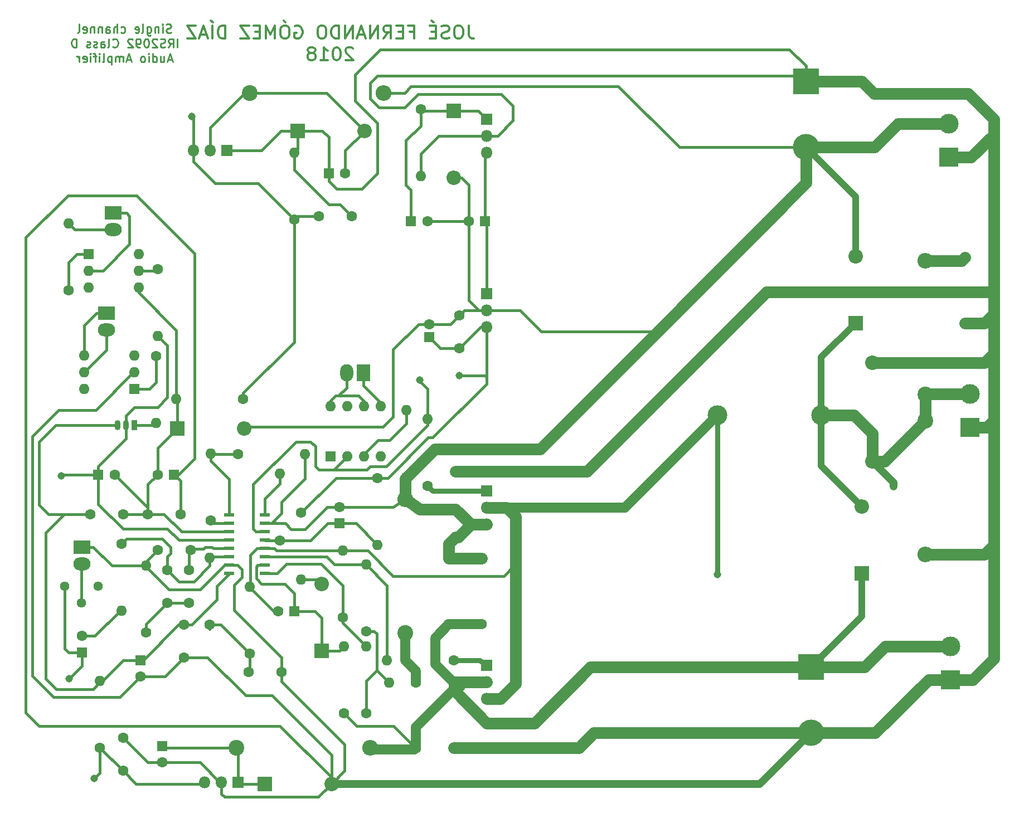
<source format=gbl>
%TF.GenerationSoftware,KiCad,Pcbnew,4.0.7*%
%TF.CreationDate,2018-02-19T16:18:31+01:00*%
%TF.ProjectId,IRS2092_board_H61M,495253323039325F626F6172645F4836,beta_v1*%
%TF.FileFunction,Copper,L2,Bot,Signal*%
%FSLAX46Y46*%
G04 Gerber Fmt 4.6, Leading zero omitted, Abs format (unit mm)*
G04 Created by KiCad (PCBNEW 4.0.7) date 02/19/18 16:18:31*
%MOMM*%
%LPD*%
G01*
G04 APERTURE LIST*
%ADD10C,0.100000*%
%ADD11C,0.300000*%
%ADD12C,0.280000*%
%ADD13R,1.500000X0.600000*%
%ADD14R,4.000000X4.000000*%
%ADD15C,4.000000*%
%ADD16R,1.600000X1.600000*%
%ADD17C,1.600000*%
%ADD18C,2.200000*%
%ADD19R,2.200000X2.200000*%
%ADD20O,2.200000X2.200000*%
%ADD21O,1.600000X1.600000*%
%ADD22R,2.600000X2.000000*%
%ADD23O,2.600000X2.000000*%
%ADD24R,2.000000X2.600000*%
%ADD25O,2.000000X2.600000*%
%ADD26C,3.000000*%
%ADD27O,0.900000X1.500000*%
%ADD28R,0.900000X1.500000*%
%ADD29R,1.800000X1.800000*%
%ADD30O,1.800000X1.800000*%
%ADD31C,2.400000*%
%ADD32O,2.400000X2.400000*%
%ADD33C,1.440000*%
%ADD34C,1.143000*%
%ADD35R,3.000000X3.000000*%
%ADD36C,1.000000*%
%ADD37C,0.500000*%
%ADD38C,0.450000*%
%ADD39C,1.200000*%
%ADD40C,1.800000*%
%ADD41C,0.750000*%
%ADD42C,1.500000*%
%ADD43C,1.000000*%
G04 APERTURE END LIST*
D10*
D11*
X148250001Y-31754762D02*
X148250001Y-33183333D01*
X148345239Y-33469048D01*
X148535715Y-33659524D01*
X148821430Y-33754762D01*
X149011906Y-33754762D01*
X146916667Y-31754762D02*
X146535715Y-31754762D01*
X146345239Y-31850000D01*
X146154762Y-32040476D01*
X146059524Y-32421429D01*
X146059524Y-33088095D01*
X146154762Y-33469048D01*
X146345239Y-33659524D01*
X146535715Y-33754762D01*
X146916667Y-33754762D01*
X147107143Y-33659524D01*
X147297620Y-33469048D01*
X147392858Y-33088095D01*
X147392858Y-32421429D01*
X147297620Y-32040476D01*
X147107143Y-31850000D01*
X146916667Y-31754762D01*
X145297620Y-33659524D02*
X145011905Y-33754762D01*
X144535715Y-33754762D01*
X144345239Y-33659524D01*
X144250001Y-33564286D01*
X144154762Y-33373810D01*
X144154762Y-33183333D01*
X144250001Y-32992857D01*
X144345239Y-32897619D01*
X144535715Y-32802381D01*
X144916667Y-32707143D01*
X145107143Y-32611905D01*
X145202382Y-32516667D01*
X145297620Y-32326190D01*
X145297620Y-32135714D01*
X145202382Y-31945238D01*
X145107143Y-31850000D01*
X144916667Y-31754762D01*
X144440477Y-31754762D01*
X144154762Y-31850000D01*
X143297620Y-32707143D02*
X142630953Y-32707143D01*
X142345239Y-33754762D02*
X143297620Y-33754762D01*
X143297620Y-31754762D01*
X142345239Y-31754762D01*
X142630953Y-30992857D02*
X142916667Y-31278571D01*
X139297619Y-32707143D02*
X139964286Y-32707143D01*
X139964286Y-33754762D02*
X139964286Y-31754762D01*
X139011905Y-31754762D01*
X138250000Y-32707143D02*
X137583333Y-32707143D01*
X137297619Y-33754762D02*
X138250000Y-33754762D01*
X138250000Y-31754762D01*
X137297619Y-31754762D01*
X135297618Y-33754762D02*
X135964285Y-32802381D01*
X136440476Y-33754762D02*
X136440476Y-31754762D01*
X135678571Y-31754762D01*
X135488095Y-31850000D01*
X135392856Y-31945238D01*
X135297618Y-32135714D01*
X135297618Y-32421429D01*
X135392856Y-32611905D01*
X135488095Y-32707143D01*
X135678571Y-32802381D01*
X136440476Y-32802381D01*
X134440476Y-33754762D02*
X134440476Y-31754762D01*
X133297618Y-33754762D01*
X133297618Y-31754762D01*
X132440476Y-33183333D02*
X131488095Y-33183333D01*
X132630952Y-33754762D02*
X131964285Y-31754762D01*
X131297618Y-33754762D01*
X130630952Y-33754762D02*
X130630952Y-31754762D01*
X129488094Y-33754762D01*
X129488094Y-31754762D01*
X128535714Y-33754762D02*
X128535714Y-31754762D01*
X128059523Y-31754762D01*
X127773809Y-31850000D01*
X127583333Y-32040476D01*
X127488094Y-32230952D01*
X127392856Y-32611905D01*
X127392856Y-32897619D01*
X127488094Y-33278571D01*
X127583333Y-33469048D01*
X127773809Y-33659524D01*
X128059523Y-33754762D01*
X128535714Y-33754762D01*
X126154761Y-31754762D02*
X125773809Y-31754762D01*
X125583333Y-31850000D01*
X125392856Y-32040476D01*
X125297618Y-32421429D01*
X125297618Y-33088095D01*
X125392856Y-33469048D01*
X125583333Y-33659524D01*
X125773809Y-33754762D01*
X126154761Y-33754762D01*
X126345237Y-33659524D01*
X126535714Y-33469048D01*
X126630952Y-33088095D01*
X126630952Y-32421429D01*
X126535714Y-32040476D01*
X126345237Y-31850000D01*
X126154761Y-31754762D01*
X121869046Y-31850000D02*
X122059523Y-31754762D01*
X122345237Y-31754762D01*
X122630951Y-31850000D01*
X122821427Y-32040476D01*
X122916666Y-32230952D01*
X123011904Y-32611905D01*
X123011904Y-32897619D01*
X122916666Y-33278571D01*
X122821427Y-33469048D01*
X122630951Y-33659524D01*
X122345237Y-33754762D01*
X122154761Y-33754762D01*
X121869046Y-33659524D01*
X121773808Y-33564286D01*
X121773808Y-32897619D01*
X122154761Y-32897619D01*
X120535713Y-31754762D02*
X120154761Y-31754762D01*
X119964285Y-31850000D01*
X119773808Y-32040476D01*
X119678570Y-32421429D01*
X119678570Y-33088095D01*
X119773808Y-33469048D01*
X119964285Y-33659524D01*
X120154761Y-33754762D01*
X120535713Y-33754762D01*
X120726189Y-33659524D01*
X120916666Y-33469048D01*
X121011904Y-33088095D01*
X121011904Y-32421429D01*
X120916666Y-32040476D01*
X120726189Y-31850000D01*
X120535713Y-31754762D01*
X120154761Y-30992857D02*
X120440475Y-31278571D01*
X118821428Y-33754762D02*
X118821428Y-31754762D01*
X118154761Y-33183333D01*
X117488094Y-31754762D01*
X117488094Y-33754762D01*
X116535714Y-32707143D02*
X115869047Y-32707143D01*
X115583333Y-33754762D02*
X116535714Y-33754762D01*
X116535714Y-31754762D01*
X115583333Y-31754762D01*
X114916666Y-31754762D02*
X113583332Y-31754762D01*
X114916666Y-33754762D01*
X113583332Y-33754762D01*
X111297618Y-33754762D02*
X111297618Y-31754762D01*
X110821427Y-31754762D01*
X110535713Y-31850000D01*
X110345237Y-32040476D01*
X110249998Y-32230952D01*
X110154760Y-32611905D01*
X110154760Y-32897619D01*
X110249998Y-33278571D01*
X110345237Y-33469048D01*
X110535713Y-33659524D01*
X110821427Y-33754762D01*
X111297618Y-33754762D01*
X109297618Y-33754762D02*
X109297618Y-31754762D01*
X109107141Y-30992857D02*
X109392856Y-31278571D01*
X108440475Y-33183333D02*
X107488094Y-33183333D01*
X108630951Y-33754762D02*
X107964284Y-31754762D01*
X107297617Y-33754762D01*
X106821427Y-31754762D02*
X105488093Y-31754762D01*
X106821427Y-33754762D01*
X105488093Y-33754762D01*
X130678572Y-35245238D02*
X130583334Y-35150000D01*
X130392857Y-35054762D01*
X129916667Y-35054762D01*
X129726191Y-35150000D01*
X129630953Y-35245238D01*
X129535714Y-35435714D01*
X129535714Y-35626190D01*
X129630953Y-35911905D01*
X130773810Y-37054762D01*
X129535714Y-37054762D01*
X128297619Y-35054762D02*
X128107143Y-35054762D01*
X127916667Y-35150000D01*
X127821429Y-35245238D01*
X127726191Y-35435714D01*
X127630952Y-35816667D01*
X127630952Y-36292857D01*
X127726191Y-36673810D01*
X127821429Y-36864286D01*
X127916667Y-36959524D01*
X128107143Y-37054762D01*
X128297619Y-37054762D01*
X128488095Y-36959524D01*
X128583333Y-36864286D01*
X128678572Y-36673810D01*
X128773810Y-36292857D01*
X128773810Y-35816667D01*
X128678572Y-35435714D01*
X128583333Y-35245238D01*
X128488095Y-35150000D01*
X128297619Y-35054762D01*
X125726190Y-37054762D02*
X126869048Y-37054762D01*
X126297619Y-37054762D02*
X126297619Y-35054762D01*
X126488095Y-35340476D01*
X126678571Y-35530952D01*
X126869048Y-35626190D01*
X124583333Y-35911905D02*
X124773809Y-35816667D01*
X124869048Y-35721429D01*
X124964286Y-35530952D01*
X124964286Y-35435714D01*
X124869048Y-35245238D01*
X124773809Y-35150000D01*
X124583333Y-35054762D01*
X124202381Y-35054762D01*
X124011905Y-35150000D01*
X123916667Y-35245238D01*
X123821428Y-35435714D01*
X123821428Y-35530952D01*
X123916667Y-35721429D01*
X124011905Y-35816667D01*
X124202381Y-35911905D01*
X124583333Y-35911905D01*
X124773809Y-36007143D01*
X124869048Y-36102381D01*
X124964286Y-36292857D01*
X124964286Y-36673810D01*
X124869048Y-36864286D01*
X124773809Y-36959524D01*
X124583333Y-37054762D01*
X124202381Y-37054762D01*
X124011905Y-36959524D01*
X123916667Y-36864286D01*
X123821428Y-36673810D01*
X123821428Y-36292857D01*
X123916667Y-36102381D01*
X124011905Y-36007143D01*
X124202381Y-35911905D01*
D12*
X103057141Y-32796190D02*
X102871427Y-32858095D01*
X102561903Y-32858095D01*
X102438093Y-32796190D01*
X102376189Y-32734286D01*
X102314284Y-32610476D01*
X102314284Y-32486667D01*
X102376189Y-32362857D01*
X102438093Y-32300952D01*
X102561903Y-32239048D01*
X102809522Y-32177143D01*
X102933331Y-32115238D01*
X102995236Y-32053333D01*
X103057141Y-31929524D01*
X103057141Y-31805714D01*
X102995236Y-31681905D01*
X102933331Y-31620000D01*
X102809522Y-31558095D01*
X102499998Y-31558095D01*
X102314284Y-31620000D01*
X101757141Y-32858095D02*
X101757141Y-31991429D01*
X101757141Y-31558095D02*
X101819046Y-31620000D01*
X101757141Y-31681905D01*
X101695236Y-31620000D01*
X101757141Y-31558095D01*
X101757141Y-31681905D01*
X101138093Y-31991429D02*
X101138093Y-32858095D01*
X101138093Y-32115238D02*
X101076188Y-32053333D01*
X100952379Y-31991429D01*
X100766665Y-31991429D01*
X100642855Y-32053333D01*
X100580950Y-32177143D01*
X100580950Y-32858095D01*
X99404760Y-31991429D02*
X99404760Y-33043810D01*
X99466665Y-33167619D01*
X99528570Y-33229524D01*
X99652379Y-33291429D01*
X99838094Y-33291429D01*
X99961903Y-33229524D01*
X99404760Y-32796190D02*
X99528570Y-32858095D01*
X99776189Y-32858095D01*
X99899998Y-32796190D01*
X99961903Y-32734286D01*
X100023808Y-32610476D01*
X100023808Y-32239048D01*
X99961903Y-32115238D01*
X99899998Y-32053333D01*
X99776189Y-31991429D01*
X99528570Y-31991429D01*
X99404760Y-32053333D01*
X98599999Y-32858095D02*
X98723808Y-32796190D01*
X98785713Y-32672381D01*
X98785713Y-31558095D01*
X97609523Y-32796190D02*
X97733333Y-32858095D01*
X97980952Y-32858095D01*
X98104761Y-32796190D01*
X98166666Y-32672381D01*
X98166666Y-32177143D01*
X98104761Y-32053333D01*
X97980952Y-31991429D01*
X97733333Y-31991429D01*
X97609523Y-32053333D01*
X97547618Y-32177143D01*
X97547618Y-32300952D01*
X98166666Y-32424762D01*
X95442856Y-32796190D02*
X95566666Y-32858095D01*
X95814285Y-32858095D01*
X95938094Y-32796190D01*
X95999999Y-32734286D01*
X96061904Y-32610476D01*
X96061904Y-32239048D01*
X95999999Y-32115238D01*
X95938094Y-32053333D01*
X95814285Y-31991429D01*
X95566666Y-31991429D01*
X95442856Y-32053333D01*
X94885713Y-32858095D02*
X94885713Y-31558095D01*
X94328570Y-32858095D02*
X94328570Y-32177143D01*
X94390475Y-32053333D01*
X94514285Y-31991429D01*
X94699999Y-31991429D01*
X94823808Y-32053333D01*
X94885713Y-32115238D01*
X93152380Y-32858095D02*
X93152380Y-32177143D01*
X93214285Y-32053333D01*
X93338095Y-31991429D01*
X93585714Y-31991429D01*
X93709523Y-32053333D01*
X93152380Y-32796190D02*
X93276190Y-32858095D01*
X93585714Y-32858095D01*
X93709523Y-32796190D01*
X93771428Y-32672381D01*
X93771428Y-32548571D01*
X93709523Y-32424762D01*
X93585714Y-32362857D01*
X93276190Y-32362857D01*
X93152380Y-32300952D01*
X92533333Y-31991429D02*
X92533333Y-32858095D01*
X92533333Y-32115238D02*
X92471428Y-32053333D01*
X92347619Y-31991429D01*
X92161905Y-31991429D01*
X92038095Y-32053333D01*
X91976190Y-32177143D01*
X91976190Y-32858095D01*
X91357143Y-31991429D02*
X91357143Y-32858095D01*
X91357143Y-32115238D02*
X91295238Y-32053333D01*
X91171429Y-31991429D01*
X90985715Y-31991429D01*
X90861905Y-32053333D01*
X90800000Y-32177143D01*
X90800000Y-32858095D01*
X89685715Y-32796190D02*
X89809525Y-32858095D01*
X90057144Y-32858095D01*
X90180953Y-32796190D01*
X90242858Y-32672381D01*
X90242858Y-32177143D01*
X90180953Y-32053333D01*
X90057144Y-31991429D01*
X89809525Y-31991429D01*
X89685715Y-32053333D01*
X89623810Y-32177143D01*
X89623810Y-32300952D01*
X90242858Y-32424762D01*
X88880953Y-32858095D02*
X89004762Y-32796190D01*
X89066667Y-32672381D01*
X89066667Y-31558095D01*
X104016665Y-35088095D02*
X104016665Y-33788095D01*
X102654760Y-35088095D02*
X103088093Y-34469048D01*
X103397617Y-35088095D02*
X103397617Y-33788095D01*
X102902379Y-33788095D01*
X102778570Y-33850000D01*
X102716665Y-33911905D01*
X102654760Y-34035714D01*
X102654760Y-34221429D01*
X102716665Y-34345238D01*
X102778570Y-34407143D01*
X102902379Y-34469048D01*
X103397617Y-34469048D01*
X102159522Y-35026190D02*
X101973808Y-35088095D01*
X101664284Y-35088095D01*
X101540474Y-35026190D01*
X101478570Y-34964286D01*
X101416665Y-34840476D01*
X101416665Y-34716667D01*
X101478570Y-34592857D01*
X101540474Y-34530952D01*
X101664284Y-34469048D01*
X101911903Y-34407143D01*
X102035712Y-34345238D01*
X102097617Y-34283333D01*
X102159522Y-34159524D01*
X102159522Y-34035714D01*
X102097617Y-33911905D01*
X102035712Y-33850000D01*
X101911903Y-33788095D01*
X101602379Y-33788095D01*
X101416665Y-33850000D01*
X100921427Y-33911905D02*
X100859522Y-33850000D01*
X100735713Y-33788095D01*
X100426189Y-33788095D01*
X100302379Y-33850000D01*
X100240475Y-33911905D01*
X100178570Y-34035714D01*
X100178570Y-34159524D01*
X100240475Y-34345238D01*
X100983332Y-35088095D01*
X100178570Y-35088095D01*
X99373808Y-33788095D02*
X99249999Y-33788095D01*
X99126189Y-33850000D01*
X99064284Y-33911905D01*
X99002380Y-34035714D01*
X98940475Y-34283333D01*
X98940475Y-34592857D01*
X99002380Y-34840476D01*
X99064284Y-34964286D01*
X99126189Y-35026190D01*
X99249999Y-35088095D01*
X99373808Y-35088095D01*
X99497618Y-35026190D01*
X99559522Y-34964286D01*
X99621427Y-34840476D01*
X99683332Y-34592857D01*
X99683332Y-34283333D01*
X99621427Y-34035714D01*
X99559522Y-33911905D01*
X99497618Y-33850000D01*
X99373808Y-33788095D01*
X98321427Y-35088095D02*
X98073808Y-35088095D01*
X97949999Y-35026190D01*
X97888094Y-34964286D01*
X97764285Y-34778571D01*
X97702380Y-34530952D01*
X97702380Y-34035714D01*
X97764285Y-33911905D01*
X97826189Y-33850000D01*
X97949999Y-33788095D01*
X98197618Y-33788095D01*
X98321427Y-33850000D01*
X98383332Y-33911905D01*
X98445237Y-34035714D01*
X98445237Y-34345238D01*
X98383332Y-34469048D01*
X98321427Y-34530952D01*
X98197618Y-34592857D01*
X97949999Y-34592857D01*
X97826189Y-34530952D01*
X97764285Y-34469048D01*
X97702380Y-34345238D01*
X97207142Y-33911905D02*
X97145237Y-33850000D01*
X97021428Y-33788095D01*
X96711904Y-33788095D01*
X96588094Y-33850000D01*
X96526190Y-33911905D01*
X96464285Y-34035714D01*
X96464285Y-34159524D01*
X96526190Y-34345238D01*
X97269047Y-35088095D01*
X96464285Y-35088095D01*
X94173809Y-34964286D02*
X94235714Y-35026190D01*
X94421428Y-35088095D01*
X94545238Y-35088095D01*
X94730952Y-35026190D01*
X94854761Y-34902381D01*
X94916666Y-34778571D01*
X94978571Y-34530952D01*
X94978571Y-34345238D01*
X94916666Y-34097619D01*
X94854761Y-33973810D01*
X94730952Y-33850000D01*
X94545238Y-33788095D01*
X94421428Y-33788095D01*
X94235714Y-33850000D01*
X94173809Y-33911905D01*
X93430952Y-35088095D02*
X93554761Y-35026190D01*
X93616666Y-34902381D01*
X93616666Y-33788095D01*
X92378571Y-35088095D02*
X92378571Y-34407143D01*
X92440476Y-34283333D01*
X92564286Y-34221429D01*
X92811905Y-34221429D01*
X92935714Y-34283333D01*
X92378571Y-35026190D02*
X92502381Y-35088095D01*
X92811905Y-35088095D01*
X92935714Y-35026190D01*
X92997619Y-34902381D01*
X92997619Y-34778571D01*
X92935714Y-34654762D01*
X92811905Y-34592857D01*
X92502381Y-34592857D01*
X92378571Y-34530952D01*
X91821429Y-35026190D02*
X91697619Y-35088095D01*
X91450000Y-35088095D01*
X91326191Y-35026190D01*
X91264286Y-34902381D01*
X91264286Y-34840476D01*
X91326191Y-34716667D01*
X91450000Y-34654762D01*
X91635715Y-34654762D01*
X91759524Y-34592857D01*
X91821429Y-34469048D01*
X91821429Y-34407143D01*
X91759524Y-34283333D01*
X91635715Y-34221429D01*
X91450000Y-34221429D01*
X91326191Y-34283333D01*
X90769048Y-35026190D02*
X90645238Y-35088095D01*
X90397619Y-35088095D01*
X90273810Y-35026190D01*
X90211905Y-34902381D01*
X90211905Y-34840476D01*
X90273810Y-34716667D01*
X90397619Y-34654762D01*
X90583334Y-34654762D01*
X90707143Y-34592857D01*
X90769048Y-34469048D01*
X90769048Y-34407143D01*
X90707143Y-34283333D01*
X90583334Y-34221429D01*
X90397619Y-34221429D01*
X90273810Y-34283333D01*
X88664286Y-35088095D02*
X88664286Y-33788095D01*
X88354762Y-33788095D01*
X88169048Y-33850000D01*
X88045239Y-33973810D01*
X87983334Y-34097619D01*
X87921429Y-34345238D01*
X87921429Y-34530952D01*
X87983334Y-34778571D01*
X88045239Y-34902381D01*
X88169048Y-35026190D01*
X88354762Y-35088095D01*
X88664286Y-35088095D01*
X103180952Y-36946667D02*
X102561904Y-36946667D01*
X103304761Y-37318095D02*
X102871428Y-36018095D01*
X102438095Y-37318095D01*
X101447618Y-36451429D02*
X101447618Y-37318095D01*
X102004761Y-36451429D02*
X102004761Y-37132381D01*
X101942856Y-37256190D01*
X101819047Y-37318095D01*
X101633333Y-37318095D01*
X101509523Y-37256190D01*
X101447618Y-37194286D01*
X100271428Y-37318095D02*
X100271428Y-36018095D01*
X100271428Y-37256190D02*
X100395238Y-37318095D01*
X100642857Y-37318095D01*
X100766666Y-37256190D01*
X100828571Y-37194286D01*
X100890476Y-37070476D01*
X100890476Y-36699048D01*
X100828571Y-36575238D01*
X100766666Y-36513333D01*
X100642857Y-36451429D01*
X100395238Y-36451429D01*
X100271428Y-36513333D01*
X99652381Y-37318095D02*
X99652381Y-36451429D01*
X99652381Y-36018095D02*
X99714286Y-36080000D01*
X99652381Y-36141905D01*
X99590476Y-36080000D01*
X99652381Y-36018095D01*
X99652381Y-36141905D01*
X98847619Y-37318095D02*
X98971428Y-37256190D01*
X99033333Y-37194286D01*
X99095238Y-37070476D01*
X99095238Y-36699048D01*
X99033333Y-36575238D01*
X98971428Y-36513333D01*
X98847619Y-36451429D01*
X98661905Y-36451429D01*
X98538095Y-36513333D01*
X98476190Y-36575238D01*
X98414286Y-36699048D01*
X98414286Y-37070476D01*
X98476190Y-37194286D01*
X98538095Y-37256190D01*
X98661905Y-37318095D01*
X98847619Y-37318095D01*
X96928572Y-36946667D02*
X96309524Y-36946667D01*
X97052381Y-37318095D02*
X96619048Y-36018095D01*
X96185715Y-37318095D01*
X95752381Y-37318095D02*
X95752381Y-36451429D01*
X95752381Y-36575238D02*
X95690476Y-36513333D01*
X95566667Y-36451429D01*
X95380953Y-36451429D01*
X95257143Y-36513333D01*
X95195238Y-36637143D01*
X95195238Y-37318095D01*
X95195238Y-36637143D02*
X95133334Y-36513333D01*
X95009524Y-36451429D01*
X94823810Y-36451429D01*
X94700000Y-36513333D01*
X94638095Y-36637143D01*
X94638095Y-37318095D01*
X94019048Y-36451429D02*
X94019048Y-37751429D01*
X94019048Y-36513333D02*
X93895239Y-36451429D01*
X93647620Y-36451429D01*
X93523810Y-36513333D01*
X93461905Y-36575238D01*
X93400001Y-36699048D01*
X93400001Y-37070476D01*
X93461905Y-37194286D01*
X93523810Y-37256190D01*
X93647620Y-37318095D01*
X93895239Y-37318095D01*
X94019048Y-37256190D01*
X92657144Y-37318095D02*
X92780953Y-37256190D01*
X92842858Y-37132381D01*
X92842858Y-36018095D01*
X92161906Y-37318095D02*
X92161906Y-36451429D01*
X92161906Y-36018095D02*
X92223811Y-36080000D01*
X92161906Y-36141905D01*
X92100001Y-36080000D01*
X92161906Y-36018095D01*
X92161906Y-36141905D01*
X91728572Y-36451429D02*
X91233334Y-36451429D01*
X91542858Y-37318095D02*
X91542858Y-36203810D01*
X91480953Y-36080000D01*
X91357144Y-36018095D01*
X91233334Y-36018095D01*
X90800001Y-37318095D02*
X90800001Y-36451429D01*
X90800001Y-36018095D02*
X90861906Y-36080000D01*
X90800001Y-36141905D01*
X90738096Y-36080000D01*
X90800001Y-36018095D01*
X90800001Y-36141905D01*
X89685715Y-37256190D02*
X89809525Y-37318095D01*
X90057144Y-37318095D01*
X90180953Y-37256190D01*
X90242858Y-37132381D01*
X90242858Y-36637143D01*
X90180953Y-36513333D01*
X90057144Y-36451429D01*
X89809525Y-36451429D01*
X89685715Y-36513333D01*
X89623810Y-36637143D01*
X89623810Y-36760952D01*
X90242858Y-36884762D01*
X89066667Y-37318095D02*
X89066667Y-36451429D01*
X89066667Y-36699048D02*
X89004762Y-36575238D01*
X88942858Y-36513333D01*
X88819048Y-36451429D01*
X88695239Y-36451429D01*
D13*
X111900000Y-115045000D03*
X111900000Y-113775000D03*
X111900000Y-112505000D03*
X111900000Y-111235000D03*
X111900000Y-109965000D03*
X111900000Y-108695000D03*
X111900000Y-107425000D03*
X111900000Y-106155000D03*
X117300000Y-106155000D03*
X117300000Y-107425000D03*
X117300000Y-108695000D03*
X117300000Y-109965000D03*
X117300000Y-111235000D03*
X117300000Y-112505000D03*
X117300000Y-113775000D03*
X117300000Y-115045000D03*
D14*
X199500000Y-40250000D03*
D15*
X199500000Y-50250000D03*
D16*
X128600000Y-107400000D03*
D17*
X128600000Y-104900000D03*
X90750000Y-106000000D03*
X95750000Y-106000000D03*
D16*
X103500000Y-100000000D03*
D17*
X101000000Y-100000000D03*
D16*
X89500000Y-127000000D03*
D17*
X89500000Y-124500000D03*
X99500000Y-106000000D03*
X104500000Y-106000000D03*
X102500000Y-114500000D03*
X102500000Y-119500000D03*
X105750000Y-119500000D03*
X105750000Y-114500000D03*
X106000000Y-111500000D03*
X101000000Y-111500000D03*
X125500000Y-60750000D03*
X130500000Y-60750000D03*
D16*
X92000000Y-100000000D03*
D17*
X94500000Y-100000000D03*
D16*
X98400000Y-128200000D03*
D17*
X98400000Y-130700000D03*
X105000000Y-122800000D03*
X105000000Y-127800000D03*
D16*
X127000000Y-54250000D03*
D17*
X129500000Y-54250000D03*
D16*
X121800000Y-120800000D03*
D17*
X119300000Y-120800000D03*
X95750000Y-145000000D03*
X95750000Y-140000000D03*
D16*
X142230000Y-79134000D03*
D17*
X142230000Y-77134000D03*
X146802000Y-75832000D03*
X146802000Y-80832000D03*
D16*
X101750000Y-141250000D03*
D17*
X101750000Y-143750000D03*
X146000000Y-131500000D03*
X146000000Y-141500000D03*
D16*
X150750000Y-61500000D03*
D17*
X148250000Y-61500000D03*
D14*
X200250000Y-129250000D03*
D15*
X200250000Y-139250000D03*
D17*
X146250000Y-109500000D03*
X146250000Y-99500000D03*
X150250000Y-122750000D03*
X150250000Y-112750000D03*
X145250000Y-122750000D03*
X145250000Y-112750000D03*
D16*
X139500000Y-61500000D03*
D17*
X142000000Y-61500000D03*
X140200000Y-141600000D03*
X140200000Y-131600000D03*
D18*
X209600000Y-98000000D03*
X209600000Y-83000000D03*
D17*
X223600000Y-67000000D03*
X223600000Y-77000000D03*
X119800000Y-130000000D03*
X114800000Y-130000000D03*
D19*
X104000000Y-93000000D03*
D20*
X114160000Y-93000000D03*
D19*
X122250000Y-47750000D03*
D20*
X132410000Y-47750000D03*
D19*
X125900000Y-126800000D03*
D20*
X125900000Y-116640000D03*
D16*
X136200000Y-141800000D03*
D21*
X136200000Y-131640000D03*
D19*
X117250000Y-147000000D03*
D20*
X127410000Y-147000000D03*
D19*
X146000000Y-44750000D03*
D20*
X146000000Y-54910000D03*
D19*
X208000000Y-115000000D03*
D20*
X208000000Y-104840000D03*
D19*
X207000000Y-77000000D03*
D20*
X207000000Y-66840000D03*
D22*
X89500000Y-111000000D03*
D23*
X89500000Y-113540000D03*
D22*
X93250000Y-75500000D03*
D23*
X93250000Y-78040000D03*
D22*
X94250000Y-60250000D03*
D23*
X94250000Y-62790000D03*
D24*
X132250000Y-84500000D03*
D25*
X129710000Y-84500000D03*
D26*
X186000000Y-91000000D03*
X201800000Y-91000000D03*
D27*
X96230000Y-92500000D03*
X94960000Y-92500000D03*
D28*
X97500000Y-92500000D03*
D29*
X151000000Y-129000000D03*
D30*
X151000000Y-131540000D03*
X151000000Y-134080000D03*
D29*
X151000000Y-102500000D03*
D30*
X151000000Y-105040000D03*
X151000000Y-107580000D03*
D29*
X151000000Y-46000000D03*
D30*
X151000000Y-48540000D03*
X151000000Y-51080000D03*
D17*
X114000000Y-88500000D03*
D21*
X103840000Y-88500000D03*
D17*
X100750000Y-82000000D03*
D21*
X100750000Y-92160000D03*
D17*
X95500000Y-110500000D03*
D21*
X95500000Y-120660000D03*
D17*
X99250000Y-124000000D03*
D21*
X99250000Y-113840000D03*
D17*
X121750000Y-61250000D03*
D21*
X121750000Y-51090000D03*
D17*
X113200000Y-96900000D03*
D21*
X123360000Y-96900000D03*
D17*
X109100000Y-107000000D03*
D21*
X109100000Y-96840000D03*
D17*
X87500000Y-72000000D03*
D21*
X87500000Y-61840000D03*
D17*
X119600000Y-110000000D03*
D21*
X119600000Y-99840000D03*
D17*
X92250000Y-141500000D03*
D21*
X92250000Y-131340000D03*
D17*
X108900000Y-122800000D03*
D21*
X108900000Y-112640000D03*
D17*
X101000000Y-68750000D03*
D21*
X101000000Y-78910000D03*
D31*
X115000000Y-42000000D03*
D32*
X135320000Y-42000000D03*
D17*
X134400000Y-100500000D03*
D21*
X134400000Y-110660000D03*
D17*
X138800000Y-100400000D03*
D21*
X138800000Y-90240000D03*
D17*
X122800000Y-105800000D03*
D21*
X122800000Y-115960000D03*
D17*
X129100000Y-121700000D03*
D21*
X129100000Y-111540000D03*
D17*
X129300000Y-136300000D03*
D21*
X129300000Y-126140000D03*
D17*
X132700000Y-136300000D03*
D21*
X132700000Y-126140000D03*
D17*
X132700000Y-123800000D03*
D21*
X132700000Y-113640000D03*
D17*
X146000000Y-128200000D03*
D21*
X135840000Y-128200000D03*
D17*
X142000000Y-101750000D03*
D21*
X142000000Y-91590000D03*
D31*
X113000000Y-141500000D03*
D32*
X133320000Y-141500000D03*
D17*
X141000000Y-44500000D03*
D21*
X141000000Y-54660000D03*
D31*
X138600000Y-124100000D03*
D32*
X138600000Y-103780000D03*
D31*
X217600000Y-87800000D03*
D32*
X217600000Y-67480000D03*
D31*
X217600000Y-91800000D03*
D32*
X217600000Y-112120000D03*
D17*
X115000000Y-127200000D03*
D21*
X115000000Y-117040000D03*
D33*
X86920000Y-117000000D03*
X89460000Y-119540000D03*
X92000000Y-117000000D03*
D16*
X97500000Y-87000000D03*
D21*
X89880000Y-81920000D03*
X97500000Y-84460000D03*
X89880000Y-84460000D03*
X97500000Y-81920000D03*
X89880000Y-87000000D03*
D29*
X111500000Y-50750000D03*
D30*
X108960000Y-50750000D03*
X106420000Y-50750000D03*
D16*
X90500000Y-66500000D03*
D21*
X98120000Y-71580000D03*
X90500000Y-69040000D03*
X98120000Y-69040000D03*
X90500000Y-71580000D03*
X98120000Y-66500000D03*
D16*
X127250000Y-97250000D03*
D21*
X134870000Y-89630000D03*
X129790000Y-97250000D03*
X132330000Y-89630000D03*
X132330000Y-97250000D03*
X129790000Y-89630000D03*
X134870000Y-97250000D03*
X127250000Y-89630000D03*
D29*
X113250000Y-146750000D03*
D30*
X110710000Y-146750000D03*
X108170000Y-146750000D03*
D29*
X151000000Y-72500000D03*
D30*
X151000000Y-75040000D03*
X151000000Y-77580000D03*
D34*
X140800000Y-85600000D03*
X146800000Y-85000000D03*
X86400000Y-100200000D03*
X106200000Y-45600000D03*
X91400000Y-146200000D03*
X186000000Y-115200000D03*
X87600000Y-131000000D03*
X212800000Y-101800000D03*
D35*
X221400000Y-131200000D03*
D26*
X221400000Y-126120000D03*
D35*
X224400000Y-92800000D03*
D26*
X224400000Y-87720000D03*
D35*
X221200000Y-51800000D03*
D26*
X221200000Y-46720000D03*
D36*
X129850000Y-147000000D03*
X228000000Y-89950000D03*
X155700000Y-96100000D03*
D37*
X118950000Y-107425000D03*
D38*
X94960000Y-92500000D02*
X85500000Y-92500000D01*
X84400000Y-106000000D02*
X87200000Y-106000000D01*
X83000000Y-104600000D02*
X84400000Y-106000000D01*
X83000000Y-95000000D02*
X83000000Y-104600000D01*
X85500000Y-92500000D02*
X83000000Y-95000000D01*
X94960000Y-92500000D02*
X94700000Y-92500000D01*
X92250000Y-131340000D02*
X92250000Y-131550000D01*
X84000000Y-108800000D02*
X86800000Y-106000000D01*
X84000000Y-131000000D02*
X84000000Y-108800000D01*
X85600000Y-132600000D02*
X84000000Y-131000000D01*
X91200000Y-132600000D02*
X85600000Y-132600000D01*
X92250000Y-131550000D02*
X91200000Y-132600000D01*
X92250000Y-131340000D02*
X92660000Y-131340000D01*
X92660000Y-131340000D02*
X95800000Y-128200000D01*
X95800000Y-128200000D02*
X98400000Y-128200000D01*
X98800000Y-128200000D02*
X104200000Y-122800000D01*
X111900000Y-115100000D02*
X110000000Y-117000000D01*
X110000000Y-117000000D02*
X110000000Y-119000000D01*
X110000000Y-119000000D02*
X106200000Y-122800000D01*
X106200000Y-122800000D02*
X104200000Y-122800000D01*
X111900000Y-115045000D02*
X111900000Y-115100000D01*
X90750000Y-106000000D02*
X87200000Y-106000000D01*
X87200000Y-106000000D02*
X86800000Y-106000000D01*
X86800000Y-106000000D02*
X86750000Y-106000000D01*
X86750000Y-106000000D02*
X86750000Y-106000000D01*
X95750000Y-106000000D02*
X99500000Y-106000000D01*
X111900000Y-108695000D02*
X104695000Y-108695000D01*
X104695000Y-108695000D02*
X102000000Y-106000000D01*
X102000000Y-106000000D02*
X99500000Y-106000000D01*
X99500000Y-106000000D02*
X99500000Y-105000000D01*
X99500000Y-105000000D02*
X94500000Y-100000000D01*
X99500000Y-106000000D02*
X99500000Y-101500000D01*
X99500000Y-101500000D02*
X101000000Y-100000000D01*
X101000000Y-100000000D02*
X101000000Y-96000000D01*
X101000000Y-96000000D02*
X104000000Y-93000000D01*
X98120000Y-71580000D02*
X98120000Y-72370000D01*
X98120000Y-72370000D02*
X103840000Y-78090000D01*
X103840000Y-78090000D02*
X103840000Y-88500000D01*
X104000000Y-93000000D02*
X104000000Y-88660000D01*
X104000000Y-88660000D02*
X103840000Y-88500000D01*
D39*
X129850000Y-147000000D02*
X192500000Y-147000000D01*
D38*
X139300163Y-43494291D02*
X139305709Y-43494291D01*
X152660000Y-48540000D02*
X151000000Y-48540000D01*
X155000000Y-46200000D02*
X152660000Y-48540000D01*
X155000000Y-44000000D02*
X155000000Y-46200000D01*
X153200000Y-42200000D02*
X155000000Y-44000000D01*
X140600000Y-42200000D02*
X153200000Y-42200000D01*
X139305709Y-43494291D02*
X140600000Y-42200000D01*
X103500000Y-100000000D02*
X104200000Y-100000000D01*
X104200000Y-100000000D02*
X106600000Y-97600000D01*
X106600000Y-66400000D02*
X99600000Y-59400000D01*
X106600000Y-97600000D02*
X106600000Y-66400000D01*
D40*
X224400000Y-92800000D02*
X226950000Y-92800000D01*
X226950000Y-92800000D02*
X228000000Y-91750000D01*
X221200000Y-51800000D02*
X224600000Y-51800000D01*
X227400000Y-49000000D02*
X228000000Y-49000000D01*
X228000000Y-48400000D02*
X227400000Y-49000000D01*
X224600000Y-51800000D02*
X228000000Y-48400000D01*
X223600000Y-77000000D02*
X226600000Y-77000000D01*
X227400000Y-76400000D02*
X228000000Y-76400000D01*
X228000000Y-75800000D02*
X227400000Y-76400000D01*
X228000000Y-75600000D02*
X228000000Y-75800000D01*
X226600000Y-77000000D02*
X228000000Y-75600000D01*
X217600000Y-112120000D02*
X226630000Y-112120000D01*
X226630000Y-112120000D02*
X228000000Y-110750000D01*
X209600000Y-83000000D02*
X226600000Y-83000000D01*
X226600000Y-83000000D02*
X228000000Y-81600000D01*
D38*
X127410000Y-147000000D02*
X127410000Y-146990000D01*
X127410000Y-146990000D02*
X129400000Y-145000000D01*
X119800000Y-131400000D02*
X119800000Y-130000000D01*
X129400000Y-141000000D02*
X119800000Y-131400000D01*
X129400000Y-145000000D02*
X129400000Y-141000000D01*
X105000000Y-127800000D02*
X108600000Y-127800000D01*
X127410000Y-142610000D02*
X127410000Y-147000000D01*
X118400000Y-133600000D02*
X127410000Y-142610000D01*
X114400000Y-133600000D02*
X118400000Y-133600000D01*
X108600000Y-127800000D02*
X114400000Y-133600000D01*
X98400000Y-130700000D02*
X102100000Y-130700000D01*
X102100000Y-130700000D02*
X105000000Y-127800000D01*
D39*
X127410000Y-147000000D02*
X129850000Y-147000000D01*
X192500000Y-147000000D02*
X200250000Y-139250000D01*
D38*
X97500000Y-84460000D02*
X97340000Y-84460000D01*
X95300000Y-133800000D02*
X98400000Y-130700000D01*
X85200000Y-133800000D02*
X95300000Y-133800000D01*
X82000000Y-130600000D02*
X85200000Y-133800000D01*
X82000000Y-94200000D02*
X82000000Y-130600000D01*
X86000000Y-90200000D02*
X82000000Y-94200000D01*
X91600000Y-90200000D02*
X86000000Y-90200000D01*
X97340000Y-84460000D02*
X91600000Y-90200000D01*
X110710000Y-146750000D02*
X110710000Y-148510000D01*
X110710000Y-148510000D02*
X111200000Y-149000000D01*
X111200000Y-149000000D02*
X125410000Y-149000000D01*
X125410000Y-149000000D02*
X127410000Y-147000000D01*
X119800000Y-130000000D02*
X119800000Y-127800000D01*
X113175000Y-113775000D02*
X111900000Y-113775000D01*
X113800000Y-114400000D02*
X113175000Y-113775000D01*
X113800000Y-115600000D02*
X113800000Y-114400000D01*
X112600000Y-116800000D02*
X113800000Y-115600000D01*
X112600000Y-120600000D02*
X112600000Y-116800000D01*
X119800000Y-127800000D02*
X112600000Y-120600000D01*
X119800000Y-130000000D02*
X119800000Y-130000000D01*
X99600000Y-59400000D02*
X99600000Y-59400000D01*
X99600000Y-59400000D02*
X97800000Y-57600000D01*
X97800000Y-57600000D02*
X93200000Y-57600000D01*
X93200000Y-57600000D02*
X87400000Y-57600000D01*
X87400000Y-57600000D02*
X81000000Y-64000000D01*
X81000000Y-64000000D02*
X81000000Y-136200000D01*
X81000000Y-136200000D02*
X83000000Y-138200000D01*
X83000000Y-138200000D02*
X119600000Y-138200000D01*
X127410000Y-146010000D02*
X127410000Y-147000000D01*
X119600000Y-138200000D02*
X127410000Y-146010000D01*
X127000000Y-54250000D02*
X127000000Y-55400000D01*
X199500000Y-37900000D02*
X199500000Y-40250000D01*
X197000000Y-35400000D02*
X199500000Y-37900000D01*
X134800000Y-35400000D02*
X197000000Y-35400000D01*
X131000000Y-39200000D02*
X134800000Y-35400000D01*
X131000000Y-43200000D02*
X131000000Y-39200000D01*
X134400000Y-46600000D02*
X131000000Y-43200000D01*
X134400000Y-54200000D02*
X134400000Y-46600000D01*
X132000000Y-56600000D02*
X134400000Y-54200000D01*
X128200000Y-56600000D02*
X132000000Y-56600000D01*
X127000000Y-55400000D02*
X128200000Y-56600000D01*
X111900000Y-113775000D02*
X111225000Y-113775000D01*
X99250000Y-114000000D02*
X99250000Y-113840000D01*
X102750000Y-117500000D02*
X99250000Y-114000000D01*
X107500000Y-117500000D02*
X102750000Y-117500000D01*
X111225000Y-113775000D02*
X107500000Y-117500000D01*
X89500000Y-111000000D02*
X91250000Y-111000000D01*
X94090000Y-113840000D02*
X99250000Y-113840000D01*
X91250000Y-111000000D02*
X94090000Y-113840000D01*
X104500000Y-106000000D02*
X104500000Y-101000000D01*
X104500000Y-101000000D02*
X103500000Y-100000000D01*
X105000000Y-106000000D02*
X104750000Y-106000000D01*
X133300000Y-40500000D02*
X134400000Y-39400000D01*
X133300000Y-42900000D02*
X133300000Y-40500000D01*
X134650000Y-44250000D02*
X133300000Y-42900000D01*
X138500000Y-44250000D02*
X134650000Y-44250000D01*
X139400000Y-43400000D02*
X139300163Y-43494291D01*
X139300163Y-43494291D02*
X138500000Y-44250000D01*
X198650000Y-39400000D02*
X199500000Y-40250000D01*
X134400000Y-39400000D02*
X198650000Y-39400000D01*
D40*
X146250000Y-99500000D02*
X166250000Y-99500000D01*
X193500000Y-72250000D02*
X228000000Y-72250000D01*
X166250000Y-99500000D02*
X193500000Y-72250000D01*
X200250000Y-139250000D02*
X167250000Y-139250000D01*
X165000000Y-141500000D02*
X146000000Y-141500000D01*
X167250000Y-139250000D02*
X165000000Y-141500000D01*
X218250000Y-42095000D02*
X224095000Y-42095000D01*
X228000000Y-46000000D02*
X228000000Y-49000000D01*
X228000000Y-49000000D02*
X228000000Y-72250000D01*
X228000000Y-72250000D02*
X228000000Y-76400000D01*
X228000000Y-76400000D02*
X228000000Y-77250000D01*
X224095000Y-42095000D02*
X228000000Y-46000000D01*
X218250000Y-42095000D02*
X209845000Y-42095000D01*
X208000000Y-40250000D02*
X199500000Y-40250000D01*
X209845000Y-42095000D02*
X208000000Y-40250000D01*
X220000000Y-131155000D02*
X224845000Y-131155000D01*
X228000000Y-128000000D02*
X228000000Y-110750000D01*
X228000000Y-110750000D02*
X228000000Y-91750000D01*
X228000000Y-91750000D02*
X228000000Y-89950000D01*
X228000000Y-89950000D02*
X228000000Y-89600000D01*
X228000000Y-89600000D02*
X228000000Y-86000000D01*
X228000000Y-86000000D02*
X228000000Y-81600000D01*
X228000000Y-81600000D02*
X228000000Y-81250000D01*
X228000000Y-81250000D02*
X228000000Y-77250000D01*
X224845000Y-131155000D02*
X228000000Y-128000000D01*
X220000000Y-131155000D02*
X218095000Y-131155000D01*
X210000000Y-139250000D02*
X200250000Y-139250000D01*
X218095000Y-131155000D02*
X210000000Y-139250000D01*
D38*
X101750000Y-143750000D02*
X99500000Y-143750000D01*
X99500000Y-143750000D02*
X95750000Y-140000000D01*
X139400000Y-43400000D02*
X139400000Y-43400000D01*
X121750000Y-51090000D02*
X121750000Y-53750000D01*
X128750000Y-59000000D02*
X130500000Y-60750000D01*
X127000000Y-59000000D02*
X128750000Y-59000000D01*
X121750000Y-53750000D02*
X127000000Y-59000000D01*
X122250000Y-47750000D02*
X126000000Y-47750000D01*
X127000000Y-48750000D02*
X127000000Y-54250000D01*
X126000000Y-47750000D02*
X127000000Y-48750000D01*
X122250000Y-47750000D02*
X122250000Y-50590000D01*
X122250000Y-50590000D02*
X121750000Y-51090000D01*
X111500000Y-50750000D02*
X116750000Y-50750000D01*
X119750000Y-47750000D02*
X122250000Y-47750000D01*
X116750000Y-50750000D02*
X119750000Y-47750000D01*
X101750000Y-143750000D02*
X107460000Y-143750000D01*
X107460000Y-143750000D02*
X110710000Y-147000000D01*
X127410000Y-147000000D02*
X127410000Y-147340000D01*
X99250000Y-113250000D02*
X101000000Y-111500000D01*
X99250000Y-113750000D02*
X99250000Y-113250000D01*
X141000000Y-54660000D02*
X141000000Y-51250000D01*
X143710000Y-48540000D02*
X151000000Y-48540000D01*
X141000000Y-51250000D02*
X143710000Y-48540000D01*
X89500000Y-127000000D02*
X89500000Y-129100000D01*
X89500000Y-129100000D02*
X87600000Y-131000000D01*
X89500000Y-127000000D02*
X87500000Y-127000000D01*
X86920000Y-126420000D02*
X86920000Y-117000000D01*
X87500000Y-127000000D02*
X86920000Y-126420000D01*
X95500000Y-120660000D02*
X95340000Y-120660000D01*
X95340000Y-120660000D02*
X91500000Y-124500000D01*
X91500000Y-124500000D02*
X89500000Y-124500000D01*
X102500000Y-114500000D02*
X102500000Y-112500000D01*
X96250000Y-109750000D02*
X95500000Y-110500000D01*
X101750000Y-109750000D02*
X96250000Y-109750000D01*
X103000000Y-111000000D02*
X101750000Y-109750000D01*
X103000000Y-112000000D02*
X103000000Y-111000000D01*
X102500000Y-112500000D02*
X103000000Y-112000000D01*
X108900000Y-112640000D02*
X108900000Y-113850000D01*
X104250000Y-116250000D02*
X102500000Y-114500000D01*
X106500000Y-116250000D02*
X104250000Y-116250000D01*
X108900000Y-113850000D02*
X106500000Y-116250000D01*
X111900000Y-112505000D02*
X109035000Y-112505000D01*
X109035000Y-112505000D02*
X108900000Y-112640000D01*
X99250000Y-124000000D02*
X99250000Y-122750000D01*
X99250000Y-122750000D02*
X102500000Y-119500000D01*
X102500000Y-119500000D02*
X105750000Y-119500000D01*
X105750000Y-114500000D02*
X105750000Y-111750000D01*
X105750000Y-111750000D02*
X106000000Y-111500000D01*
X111900000Y-111235000D02*
X109515000Y-111235000D01*
X108000000Y-111250000D02*
X106250000Y-111250000D01*
X108250000Y-111000000D02*
X108000000Y-111250000D01*
X109280000Y-111000000D02*
X108250000Y-111000000D01*
X109515000Y-111235000D02*
X109280000Y-111000000D01*
X106250000Y-111250000D02*
X106000000Y-111500000D01*
X106420000Y-50750000D02*
X106420000Y-45820000D01*
X106420000Y-45820000D02*
X106200000Y-45600000D01*
X114000000Y-88500000D02*
X114000000Y-87600000D01*
X121750000Y-79850000D02*
X121750000Y-61250000D01*
X114000000Y-87600000D02*
X121750000Y-79850000D01*
X106420000Y-50750000D02*
X106420000Y-52420000D01*
X116250000Y-55750000D02*
X121750000Y-61250000D01*
X109750000Y-55750000D02*
X116250000Y-55750000D01*
X106420000Y-52420000D02*
X109750000Y-55750000D01*
X125500000Y-60750000D02*
X122250000Y-60750000D01*
X122250000Y-60750000D02*
X121750000Y-61250000D01*
X92000000Y-100000000D02*
X86600000Y-100000000D01*
X86600000Y-100000000D02*
X86200000Y-100400000D01*
X111900000Y-109965000D02*
X104215000Y-109965000D01*
X104215000Y-109965000D02*
X102500000Y-108250000D01*
X102500000Y-108250000D02*
X95750000Y-108250000D01*
X95750000Y-108250000D02*
X92000000Y-104500000D01*
X92000000Y-104500000D02*
X92000000Y-100000000D01*
X92000000Y-100000000D02*
X92000000Y-98750000D01*
X92000000Y-98750000D02*
X96230000Y-94520000D01*
X96230000Y-94520000D02*
X96230000Y-92500000D01*
X96230000Y-92500000D02*
X96230000Y-91020000D01*
X96230000Y-91020000D02*
X97500000Y-89750000D01*
X97500000Y-89750000D02*
X101000000Y-89750000D01*
X101000000Y-89750000D02*
X102500000Y-88250000D01*
X102500000Y-88250000D02*
X102500000Y-80410000D01*
X102500000Y-80410000D02*
X101000000Y-78910000D01*
X115000000Y-42000000D02*
X114250000Y-42000000D01*
X114250000Y-42000000D02*
X108960000Y-47290000D01*
X108960000Y-47290000D02*
X108960000Y-50750000D01*
X132410000Y-47750000D02*
X132410000Y-47840000D01*
X132410000Y-47840000D02*
X129500000Y-50750000D01*
X129500000Y-50750000D02*
X129500000Y-54250000D01*
X115000000Y-42000000D02*
X126660000Y-42000000D01*
X126660000Y-42000000D02*
X132410000Y-47750000D01*
X121800000Y-120800000D02*
X121800000Y-118100000D01*
X116225000Y-113775000D02*
X117300000Y-113775000D01*
X116000000Y-114000000D02*
X116225000Y-113775000D01*
X116000000Y-115800000D02*
X116000000Y-114000000D01*
X116800000Y-116600000D02*
X116000000Y-115800000D01*
X120300000Y-116600000D02*
X116800000Y-116600000D01*
X121800000Y-118100000D02*
X120300000Y-116600000D01*
X125900000Y-126800000D02*
X125900000Y-121800000D01*
X124900000Y-120800000D02*
X121800000Y-120800000D01*
X125900000Y-121800000D02*
X124900000Y-120800000D01*
X125900000Y-126800000D02*
X128640000Y-126800000D01*
X128640000Y-126800000D02*
X129300000Y-126140000D01*
D41*
X186000000Y-115200000D02*
X186000000Y-91000000D01*
D38*
X186000000Y-115000000D02*
X186200000Y-115200000D01*
D42*
X151000000Y-105040000D02*
X171960000Y-105040000D01*
X171960000Y-105040000D02*
X186000000Y-91000000D01*
D38*
X117300000Y-111235000D02*
X116065000Y-111235000D01*
X115100000Y-117200000D02*
X118900000Y-121000000D01*
X115100000Y-112200000D02*
X115100000Y-117200000D01*
X116065000Y-111235000D02*
X115100000Y-112200000D01*
X129100000Y-111540000D02*
X132940000Y-111540000D01*
X153600000Y-115400000D02*
X155400000Y-113600000D01*
X136800000Y-115400000D02*
X153600000Y-115400000D01*
X132940000Y-111540000D02*
X136800000Y-115400000D01*
X117300000Y-111235000D02*
X118735000Y-111235000D01*
X119040000Y-111540000D02*
X129100000Y-111540000D01*
X118735000Y-111235000D02*
X119040000Y-111540000D01*
D40*
X151000000Y-105040000D02*
X154040000Y-105040000D01*
X153120000Y-134080000D02*
X151000000Y-134080000D01*
X155400000Y-114200000D02*
X155400000Y-131800000D01*
X155400000Y-113600000D02*
X155400000Y-114200000D01*
X155400000Y-131800000D02*
X153120000Y-134080000D01*
X155400000Y-106400000D02*
X155400000Y-108400000D01*
X155400000Y-108400000D02*
X155400000Y-113600000D01*
X154040000Y-105040000D02*
X155400000Y-106400000D01*
D38*
X128600000Y-107400000D02*
X131140000Y-107400000D01*
X131140000Y-107400000D02*
X134400000Y-110660000D01*
X119600000Y-110000000D02*
X124250000Y-110000000D01*
X126850000Y-107400000D02*
X128600000Y-107400000D01*
X124250000Y-110000000D02*
X126850000Y-107400000D01*
X119600000Y-110000000D02*
X117335000Y-110000000D01*
X117335000Y-110000000D02*
X117300000Y-109965000D01*
X118950000Y-107425000D02*
X120425000Y-107425000D01*
X155400000Y-96550000D02*
X155400000Y-96600000D01*
X155150000Y-96100000D02*
X155150000Y-95850000D01*
X155400000Y-95600000D02*
X155400000Y-96100000D01*
X155150000Y-95850000D02*
X155400000Y-95600000D01*
D40*
X159100000Y-96100000D02*
X176950000Y-78250000D01*
X155150000Y-96100000D02*
X155700000Y-96100000D01*
X155700000Y-96100000D02*
X159100000Y-96100000D01*
X221200000Y-46720000D02*
X213480000Y-46720000D01*
X209950000Y-50250000D02*
X199500000Y-50250000D01*
X213480000Y-46720000D02*
X209950000Y-50250000D01*
D38*
X151000000Y-75040000D02*
X156040000Y-75040000D01*
X159250000Y-78250000D02*
X176950000Y-78250000D01*
X156040000Y-75040000D02*
X159250000Y-78250000D01*
X135320000Y-42000000D02*
X138500000Y-42000000D01*
X138500000Y-42000000D02*
X139500000Y-41000000D01*
X139500000Y-41000000D02*
X171000000Y-41000000D01*
X171000000Y-41000000D02*
X180250000Y-50250000D01*
X180250000Y-50250000D02*
X199500000Y-50250000D01*
D40*
X145250000Y-112750000D02*
X145250000Y-110500000D01*
X145250000Y-110500000D02*
X146250000Y-109500000D01*
X146250000Y-109500000D02*
X146660000Y-109500000D01*
X146660000Y-109500000D02*
X148580000Y-107580000D01*
X148580000Y-107580000D02*
X151000000Y-107580000D01*
X150250000Y-112750000D02*
X145250000Y-112750000D01*
D43*
X207000000Y-66840000D02*
X207000000Y-57750000D01*
X207000000Y-57750000D02*
X199500000Y-50250000D01*
D40*
X199500000Y-50250000D02*
X199500000Y-55700000D01*
X143150000Y-96100000D02*
X155400000Y-96100000D01*
X138600000Y-100650000D02*
X143150000Y-96100000D01*
X199500000Y-55700000D02*
X176950000Y-78250000D01*
D38*
X142230000Y-77134000D02*
X145500000Y-77134000D01*
X145500000Y-77134000D02*
X146802000Y-75832000D01*
X151000000Y-75040000D02*
X147594000Y-75040000D01*
X147594000Y-75040000D02*
X146802000Y-75832000D01*
X142230000Y-77134000D02*
X140616000Y-77134000D01*
X140616000Y-77134000D02*
X136750000Y-81000000D01*
X136750000Y-81000000D02*
X136750000Y-91250000D01*
X136750000Y-91250000D02*
X135250000Y-92750000D01*
X135250000Y-92750000D02*
X114410000Y-92750000D01*
X114410000Y-92750000D02*
X114160000Y-93000000D01*
X142000000Y-61500000D02*
X148250000Y-61500000D01*
X146000000Y-54910000D02*
X147160000Y-54910000D01*
X148250000Y-56000000D02*
X148250000Y-61500000D01*
X147160000Y-54910000D02*
X148250000Y-56000000D01*
X148250000Y-61500000D02*
X148250000Y-73500000D01*
X149790000Y-75040000D02*
X151000000Y-75040000D01*
X148250000Y-73500000D02*
X149790000Y-75040000D01*
X117300000Y-107425000D02*
X118275000Y-107425000D01*
X123360000Y-100640000D02*
X123360000Y-96900000D01*
X119800000Y-104200000D02*
X123360000Y-100640000D01*
X119800000Y-105900000D02*
X119800000Y-104200000D01*
X118275000Y-107425000D02*
X119800000Y-105900000D01*
X128600000Y-104900000D02*
X136780000Y-104900000D01*
X136780000Y-104900000D02*
X138600000Y-103780000D01*
X117300000Y-107425000D02*
X118950000Y-107425000D01*
X126800000Y-104900000D02*
X128600000Y-104900000D01*
X123400000Y-108300000D02*
X126800000Y-104900000D01*
X121300000Y-108300000D02*
X123400000Y-108300000D01*
X120425000Y-107425000D02*
X121300000Y-108300000D01*
D40*
X138600000Y-103780000D02*
X138600000Y-100650000D01*
X146250000Y-105250000D02*
X140850000Y-105250000D01*
X140850000Y-105250000D02*
X138680000Y-103780000D01*
X138680000Y-103780000D02*
X138600000Y-103780000D01*
D42*
X150250000Y-112750000D02*
X150250000Y-112650000D01*
D40*
X151000000Y-107580000D02*
X148580000Y-107580000D01*
X148580000Y-107580000D02*
X146250000Y-105250000D01*
D38*
X92250000Y-141500000D02*
X92250000Y-145350000D01*
X92250000Y-145350000D02*
X91400000Y-146200000D01*
X95750000Y-145000000D02*
X92250000Y-141500000D01*
X108170000Y-147000000D02*
X97750000Y-147000000D01*
X97750000Y-147000000D02*
X95750000Y-145000000D01*
X146750000Y-85000000D02*
X150800000Y-85000000D01*
X150800000Y-85000000D02*
X151008000Y-85208000D01*
X151000000Y-77580000D02*
X150054000Y-77580000D01*
X150054000Y-77580000D02*
X146802000Y-80832000D01*
X146802000Y-80832000D02*
X143928000Y-80832000D01*
X143928000Y-80832000D02*
X142230000Y-79134000D01*
X134400000Y-100500000D02*
X136000000Y-100500000D01*
X151008000Y-86192000D02*
X151008000Y-85208000D01*
X151008000Y-85208000D02*
X151008000Y-77572000D01*
X142800000Y-94400000D02*
X151008000Y-86192000D01*
X142100000Y-94400000D02*
X142800000Y-94400000D01*
X136000000Y-100500000D02*
X142100000Y-94400000D01*
X151008000Y-77572000D02*
X151000000Y-77580000D01*
X134400000Y-100500000D02*
X128100000Y-100500000D01*
X128100000Y-100500000D02*
X122800000Y-105800000D01*
X113250000Y-146750000D02*
X113250000Y-141750000D01*
X113250000Y-141750000D02*
X113000000Y-141500000D01*
X113000000Y-141500000D02*
X102000000Y-141500000D01*
X102000000Y-141500000D02*
X101750000Y-141250000D01*
X117250000Y-147000000D02*
X113250000Y-147000000D01*
X113250000Y-147000000D02*
X112750000Y-146500000D01*
D40*
X200250000Y-129250000D02*
X208350000Y-129250000D01*
X211480000Y-126120000D02*
X221400000Y-126120000D01*
X208350000Y-129250000D02*
X211480000Y-126120000D01*
D42*
X136200000Y-141800000D02*
X133620000Y-141800000D01*
X133620000Y-141800000D02*
X133320000Y-141500000D01*
D38*
X129300000Y-136300000D02*
X131250000Y-138250000D01*
X136850000Y-138250000D02*
X140200000Y-141600000D01*
X131250000Y-138250000D02*
X136850000Y-138250000D01*
X135900000Y-141500000D02*
X136200000Y-141800000D01*
D43*
X208000000Y-115000000D02*
X208000000Y-121500000D01*
X208000000Y-121500000D02*
X200250000Y-129250000D01*
D40*
X200250000Y-129250000D02*
X166750000Y-129250000D01*
X146300000Y-133050000D02*
X146300000Y-131500000D01*
X151000000Y-137750000D02*
X146300000Y-133050000D01*
X158250000Y-137750000D02*
X151000000Y-137750000D01*
X166750000Y-129250000D02*
X158250000Y-137750000D01*
X146300000Y-131500000D02*
X146000000Y-131500000D01*
D42*
X136200000Y-141800000D02*
X140000000Y-141800000D01*
X140000000Y-141800000D02*
X140200000Y-141600000D01*
X146000000Y-131500000D02*
X146300000Y-131500000D01*
X146300000Y-131500000D02*
X147000000Y-132200000D01*
X147000000Y-132200000D02*
X147000000Y-131500000D01*
X140200000Y-141600000D02*
X140200000Y-138400000D01*
X146000000Y-132600000D02*
X146000000Y-131500000D01*
X140200000Y-138400000D02*
X146000000Y-132600000D01*
X150250000Y-122750000D02*
X145250000Y-122750000D01*
X146000000Y-131500000D02*
X145900000Y-131500000D01*
X145900000Y-131500000D02*
X143200000Y-128800000D01*
X143200000Y-124800000D02*
X145250000Y-122750000D01*
X143200000Y-128800000D02*
X143200000Y-124800000D01*
D40*
X146000000Y-131500000D02*
X147000000Y-131500000D01*
X147000000Y-131500000D02*
X150960000Y-131500000D01*
X150960000Y-131500000D02*
X151000000Y-131540000D01*
D38*
X150750000Y-61500000D02*
X150750000Y-51330000D01*
X150750000Y-51330000D02*
X151000000Y-51080000D01*
X151000000Y-72500000D02*
X151000000Y-61750000D01*
X151000000Y-61750000D02*
X150750000Y-61500000D01*
X139500000Y-61500000D02*
X139500000Y-56750000D01*
X141000000Y-47000000D02*
X141000000Y-44500000D01*
X138750000Y-49250000D02*
X141000000Y-47000000D01*
X138750000Y-56000000D02*
X138750000Y-49250000D01*
X139500000Y-56750000D02*
X138750000Y-56000000D01*
X146000000Y-44750000D02*
X149750000Y-44750000D01*
X149750000Y-44750000D02*
X151000000Y-46000000D01*
X146000000Y-44750000D02*
X141250000Y-44750000D01*
X141250000Y-44750000D02*
X141000000Y-44500000D01*
D42*
X140200000Y-131600000D02*
X140200000Y-129800000D01*
X138600000Y-128200000D02*
X138600000Y-124100000D01*
X140200000Y-129800000D02*
X138600000Y-128200000D01*
D40*
X224400000Y-87720000D02*
X217680000Y-87720000D01*
X217680000Y-87720000D02*
X217600000Y-87800000D01*
D39*
X212800000Y-101800000D02*
X212800000Y-101200000D01*
X212800000Y-101200000D02*
X209600000Y-98000000D01*
D40*
X209600000Y-98000000D02*
X209600000Y-93800000D01*
X206800000Y-91000000D02*
X201800000Y-91000000D01*
X209600000Y-93800000D02*
X206800000Y-91000000D01*
X217600000Y-87800000D02*
X217600000Y-91800000D01*
X217600000Y-91800000D02*
X211400000Y-98000000D01*
X211400000Y-98000000D02*
X209600000Y-98000000D01*
D43*
X201800000Y-91000000D02*
X201800000Y-98640000D01*
X201800000Y-98640000D02*
X208000000Y-104840000D01*
X201800000Y-91000000D02*
X201800000Y-82200000D01*
X201800000Y-82200000D02*
X207000000Y-77000000D01*
D40*
X217600000Y-67480000D02*
X223120000Y-67480000D01*
X223120000Y-67480000D02*
X223600000Y-67000000D01*
X217520000Y-67400000D02*
X217600000Y-67480000D01*
D38*
X115000000Y-127200000D02*
X115000000Y-129800000D01*
X115000000Y-129800000D02*
X114800000Y-130000000D01*
X108900000Y-122800000D02*
X110600000Y-122800000D01*
X110600000Y-122800000D02*
X114800000Y-127000000D01*
X108900000Y-123500000D02*
X108900000Y-122800000D01*
X122800000Y-115960000D02*
X125220000Y-115960000D01*
X125220000Y-115960000D02*
X125900000Y-116640000D01*
X132700000Y-136300000D02*
X132700000Y-131340000D01*
X132700000Y-131340000D02*
X134300000Y-129740000D01*
X132700000Y-123800000D02*
X133900000Y-123800000D01*
X134300000Y-129740000D02*
X136200000Y-131640000D01*
X134300000Y-124200000D02*
X134300000Y-129740000D01*
X133900000Y-123800000D02*
X134300000Y-124200000D01*
X89460000Y-119540000D02*
X89460000Y-113580000D01*
X89460000Y-113580000D02*
X89500000Y-113540000D01*
X89880000Y-81920000D02*
X89880000Y-77370000D01*
X91750000Y-75500000D02*
X93250000Y-75500000D01*
X89880000Y-77370000D02*
X91750000Y-75500000D01*
X93250000Y-78040000D02*
X93250000Y-81090000D01*
X93250000Y-81090000D02*
X89880000Y-84460000D01*
X93500000Y-78000000D02*
X93500000Y-78300000D01*
X94250000Y-60250000D02*
X96250000Y-60250000D01*
X92710000Y-69040000D02*
X90500000Y-69040000D01*
X96750000Y-65000000D02*
X92710000Y-69040000D01*
X96750000Y-60750000D02*
X96750000Y-65000000D01*
X96250000Y-60250000D02*
X96750000Y-60750000D01*
X94250000Y-62790000D02*
X88450000Y-62790000D01*
X88450000Y-62790000D02*
X87500000Y-61840000D01*
X132250000Y-84500000D02*
X132250000Y-86500000D01*
X132250000Y-86500000D02*
X134870000Y-89120000D01*
X134870000Y-89120000D02*
X134870000Y-89630000D01*
X129710000Y-84500000D02*
X129710000Y-86790000D01*
X129710000Y-86790000D02*
X128500000Y-88000000D01*
X132330000Y-89630000D02*
X132330000Y-88830000D01*
X132330000Y-88830000D02*
X131500000Y-88000000D01*
X131500000Y-88000000D02*
X128500000Y-88000000D01*
X128500000Y-88000000D02*
X128000000Y-88000000D01*
X128000000Y-88000000D02*
X127250000Y-88750000D01*
X127250000Y-88750000D02*
X127250000Y-89630000D01*
X140750000Y-85500000D02*
X140750000Y-85750000D01*
X140750000Y-85750000D02*
X142000000Y-87000000D01*
X142000000Y-87000000D02*
X142000000Y-91590000D01*
X127250000Y-99250000D02*
X132750000Y-99250000D01*
X142000000Y-92500000D02*
X142000000Y-91590000D01*
X135750000Y-98750000D02*
X142000000Y-92500000D01*
X133250000Y-98750000D02*
X135750000Y-98750000D01*
X132750000Y-99250000D02*
X133250000Y-98750000D01*
X117300000Y-108695000D02*
X115945000Y-108695000D01*
X127790000Y-99250000D02*
X129790000Y-97250000D01*
X125500000Y-99250000D02*
X127250000Y-99250000D01*
X127250000Y-99250000D02*
X127790000Y-99250000D01*
X125000000Y-98750000D02*
X125500000Y-99250000D01*
X125000000Y-95750000D02*
X125000000Y-98750000D01*
X124250000Y-95000000D02*
X125000000Y-95750000D01*
X122000000Y-95000000D02*
X124250000Y-95000000D01*
X115500000Y-101500000D02*
X122000000Y-95000000D01*
X115500000Y-108250000D02*
X115500000Y-101500000D01*
X115945000Y-108695000D02*
X115500000Y-108250000D01*
X142000000Y-91590000D02*
X141910000Y-91590000D01*
X97500000Y-92500000D02*
X100410000Y-92500000D01*
X100410000Y-92500000D02*
X100750000Y-92160000D01*
D41*
X151000000Y-129000000D02*
X150800000Y-129000000D01*
X150800000Y-129000000D02*
X150000000Y-128200000D01*
X150000000Y-128200000D02*
X146000000Y-128200000D01*
X151000000Y-102500000D02*
X142750000Y-102500000D01*
X142750000Y-102500000D02*
X142000000Y-101750000D01*
D38*
X100750000Y-82000000D02*
X100750000Y-86000000D01*
X99750000Y-87000000D02*
X97500000Y-87000000D01*
X100750000Y-86000000D02*
X99750000Y-87000000D01*
X113200000Y-96900000D02*
X109160000Y-96900000D01*
X109160000Y-96900000D02*
X109100000Y-96840000D01*
X109100000Y-96840000D02*
X109100000Y-97900000D01*
X111900000Y-100700000D02*
X111900000Y-106155000D01*
X109100000Y-97900000D02*
X111900000Y-100700000D01*
X111900000Y-107425000D02*
X109525000Y-107425000D01*
X109525000Y-107425000D02*
X109100000Y-107000000D01*
X90500000Y-66500000D02*
X88750000Y-66500000D01*
X87500000Y-67750000D02*
X87500000Y-72000000D01*
X88750000Y-66500000D02*
X87500000Y-67750000D01*
X119600000Y-99840000D02*
X119600000Y-101400000D01*
X117300000Y-103700000D02*
X117300000Y-106155000D01*
X119600000Y-101400000D02*
X117300000Y-103700000D01*
X98120000Y-69040000D02*
X100710000Y-69040000D01*
X100710000Y-69040000D02*
X101000000Y-68750000D01*
X97660000Y-68750000D02*
X97620000Y-68790000D01*
X132330000Y-97250000D02*
X132330000Y-96920000D01*
X132330000Y-96920000D02*
X134500000Y-94750000D01*
X134500000Y-94750000D02*
X136250000Y-94750000D01*
X136250000Y-94750000D02*
X138800000Y-92200000D01*
X138800000Y-92200000D02*
X138800000Y-90240000D01*
X117300000Y-115045000D02*
X119155000Y-115045000D01*
X129100000Y-116900000D02*
X129100000Y-121700000D01*
X125800000Y-113600000D02*
X129100000Y-116900000D01*
X120600000Y-113600000D02*
X125800000Y-113600000D01*
X119155000Y-115045000D02*
X120600000Y-113600000D01*
X129100000Y-121700000D02*
X129100000Y-122540000D01*
X129100000Y-122540000D02*
X132700000Y-126140000D01*
X132700000Y-113640000D02*
X132700000Y-113700000D01*
X132700000Y-113700000D02*
X135840000Y-116840000D01*
X135840000Y-116840000D02*
X135840000Y-128200000D01*
X117300000Y-112505000D02*
X126705000Y-112505000D01*
X127840000Y-113640000D02*
X132700000Y-113640000D01*
X126705000Y-112505000D02*
X127840000Y-113640000D01*
M02*

</source>
